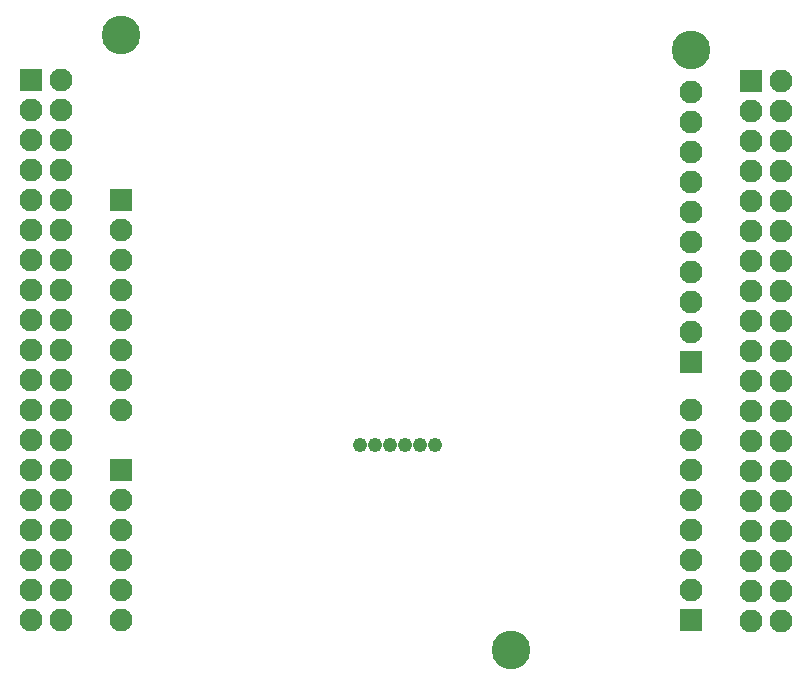
<source format=gbr>
G04 EAGLE Gerber RS-274X export*
G75*
%MOMM*%
%FSLAX34Y34*%
%LPD*%
%INSoldermask Bottom*%
%IPPOS*%
%AMOC8*
5,1,8,0,0,1.08239X$1,22.5*%
G01*
%ADD10C,1.241600*%
%ADD11R,1.951600X1.951600*%
%ADD12C,1.951600*%
%ADD13C,3.276600*%


D10*
X374650Y178800D03*
X361950Y178800D03*
X349250Y178800D03*
X336550Y178800D03*
X323850Y178800D03*
X311150Y178800D03*
D11*
X108700Y157400D03*
D12*
X108700Y132000D03*
X108700Y106600D03*
X108700Y81200D03*
X108700Y55800D03*
X108700Y30400D03*
D11*
X108700Y386000D03*
D12*
X108700Y360600D03*
X108700Y335200D03*
X108700Y309800D03*
X108700Y284400D03*
X108700Y259000D03*
X108700Y233600D03*
X108700Y208200D03*
D11*
X32500Y487600D03*
D12*
X57900Y487600D03*
X32500Y462200D03*
X57900Y462200D03*
X32500Y436800D03*
X57900Y436800D03*
X32500Y411400D03*
X57900Y411400D03*
X32500Y386000D03*
X57900Y386000D03*
X32500Y360600D03*
X57900Y360600D03*
X32500Y335200D03*
X57900Y335200D03*
X32500Y309800D03*
X57900Y309800D03*
X32500Y284400D03*
X57900Y284400D03*
X32500Y259000D03*
X57900Y259000D03*
X32500Y233600D03*
X57900Y233600D03*
X32500Y208200D03*
X57900Y208200D03*
X32500Y182800D03*
X57900Y182800D03*
X32500Y157400D03*
X57900Y157400D03*
X32500Y132000D03*
X57900Y132000D03*
X32500Y106600D03*
X57900Y106600D03*
X32500Y81200D03*
X57900Y81200D03*
X32500Y55800D03*
X57900Y55800D03*
X32500Y30400D03*
X57900Y30400D03*
D11*
X591300Y248840D03*
D12*
X591300Y274240D03*
X591300Y299640D03*
X591300Y325040D03*
X591300Y350440D03*
X591300Y375840D03*
X591300Y401240D03*
X591300Y426640D03*
X591300Y452040D03*
X591300Y477440D03*
X591300Y81200D03*
X591300Y106600D03*
X591300Y132000D03*
X591300Y157400D03*
X591300Y182800D03*
X591300Y208200D03*
D11*
X591300Y30400D03*
D12*
X591300Y55800D03*
D11*
X642100Y487350D03*
D12*
X667500Y487350D03*
X642100Y461950D03*
X667500Y461950D03*
X642100Y436550D03*
X667500Y436550D03*
X642100Y411150D03*
X667500Y411150D03*
X642100Y385750D03*
X667500Y385750D03*
X642100Y360350D03*
X667500Y360350D03*
X642100Y334950D03*
X667500Y334950D03*
X642100Y309550D03*
X667500Y309550D03*
X642100Y284150D03*
X667500Y284150D03*
X642100Y258750D03*
X667500Y258750D03*
X642100Y233350D03*
X667500Y233350D03*
X642100Y207950D03*
X667500Y207950D03*
X642100Y182550D03*
X667500Y182550D03*
X642100Y157150D03*
X667500Y157150D03*
X642100Y131750D03*
X667500Y131750D03*
X642100Y106350D03*
X667500Y106350D03*
X642100Y80950D03*
X667500Y80950D03*
X642100Y55550D03*
X667500Y55550D03*
X642100Y30150D03*
X667500Y30150D03*
D13*
X591300Y513000D03*
X108700Y525700D03*
X438900Y5000D03*
M02*

</source>
